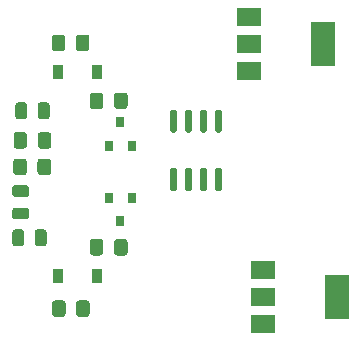
<source format=gbr>
%TF.GenerationSoftware,KiCad,Pcbnew,(5.1.7)-1*%
%TF.CreationDate,2021-02-26T19:53:25+00:00*%
%TF.ProjectId,Line-Generator-V2,4c696e65-2d47-4656-9e65-7261746f722d,rev?*%
%TF.SameCoordinates,Original*%
%TF.FileFunction,Paste,Top*%
%TF.FilePolarity,Positive*%
%FSLAX46Y46*%
G04 Gerber Fmt 4.6, Leading zero omitted, Abs format (unit mm)*
G04 Created by KiCad (PCBNEW (5.1.7)-1) date 2021-02-26 19:53:25*
%MOMM*%
%LPD*%
G01*
G04 APERTURE LIST*
%ADD10R,0.900000X1.200000*%
%ADD11R,0.800000X0.900000*%
%ADD12R,2.000000X1.500000*%
%ADD13R,2.000000X3.800000*%
G04 APERTURE END LIST*
%TO.C,C1*%
G36*
G01*
X75225000Y-54450000D02*
X74275000Y-54450000D01*
G75*
G02*
X74025000Y-54200000I0J250000D01*
G01*
X74025000Y-53700000D01*
G75*
G02*
X74275000Y-53450000I250000J0D01*
G01*
X75225000Y-53450000D01*
G75*
G02*
X75475000Y-53700000I0J-250000D01*
G01*
X75475000Y-54200000D01*
G75*
G02*
X75225000Y-54450000I-250000J0D01*
G01*
G37*
G36*
G01*
X75225000Y-52550000D02*
X74275000Y-52550000D01*
G75*
G02*
X74025000Y-52300000I0J250000D01*
G01*
X74025000Y-51800000D01*
G75*
G02*
X74275000Y-51550000I250000J0D01*
G01*
X75225000Y-51550000D01*
G75*
G02*
X75475000Y-51800000I0J-250000D01*
G01*
X75475000Y-52300000D01*
G75*
G02*
X75225000Y-52550000I-250000J0D01*
G01*
G37*
%TD*%
%TO.C,C2*%
G36*
G01*
X76200000Y-45725000D02*
X76200000Y-44775000D01*
G75*
G02*
X76450000Y-44525000I250000J0D01*
G01*
X76950000Y-44525000D01*
G75*
G02*
X77200000Y-44775000I0J-250000D01*
G01*
X77200000Y-45725000D01*
G75*
G02*
X76950000Y-45975000I-250000J0D01*
G01*
X76450000Y-45975000D01*
G75*
G02*
X76200000Y-45725000I0J250000D01*
G01*
G37*
G36*
G01*
X74300000Y-45725000D02*
X74300000Y-44775000D01*
G75*
G02*
X74550000Y-44525000I250000J0D01*
G01*
X75050000Y-44525000D01*
G75*
G02*
X75300000Y-44775000I0J-250000D01*
G01*
X75300000Y-45725000D01*
G75*
G02*
X75050000Y-45975000I-250000J0D01*
G01*
X74550000Y-45975000D01*
G75*
G02*
X74300000Y-45725000I0J250000D01*
G01*
G37*
%TD*%
%TO.C,C3*%
G36*
G01*
X76950000Y-55525000D02*
X76950000Y-56475000D01*
G75*
G02*
X76700000Y-56725000I-250000J0D01*
G01*
X76200000Y-56725000D01*
G75*
G02*
X75950000Y-56475000I0J250000D01*
G01*
X75950000Y-55525000D01*
G75*
G02*
X76200000Y-55275000I250000J0D01*
G01*
X76700000Y-55275000D01*
G75*
G02*
X76950000Y-55525000I0J-250000D01*
G01*
G37*
G36*
G01*
X75050000Y-55525000D02*
X75050000Y-56475000D01*
G75*
G02*
X74800000Y-56725000I-250000J0D01*
G01*
X74300000Y-56725000D01*
G75*
G02*
X74050000Y-56475000I0J250000D01*
G01*
X74050000Y-55525000D01*
G75*
G02*
X74300000Y-55275000I250000J0D01*
G01*
X74800000Y-55275000D01*
G75*
G02*
X75050000Y-55525000I0J-250000D01*
G01*
G37*
%TD*%
D10*
%TO.C,D1*%
X77950000Y-42000000D03*
X81250000Y-42000000D03*
%TD*%
%TO.C,D3*%
X81250000Y-59200000D03*
X77950000Y-59200000D03*
%TD*%
D11*
%TO.C,Q1*%
X83200000Y-46200000D03*
X84150000Y-48200000D03*
X82250000Y-48200000D03*
%TD*%
D12*
%TO.C,Q2*%
X94050000Y-37300000D03*
X94050000Y-41900000D03*
X94050000Y-39600000D03*
D13*
X100350000Y-39600000D03*
%TD*%
%TO.C,Q3*%
X101550000Y-61000000D03*
D12*
X95250000Y-61000000D03*
X95250000Y-63300000D03*
X95250000Y-58700000D03*
%TD*%
D11*
%TO.C,Q4*%
X84150000Y-52600000D03*
X82250000Y-52600000D03*
X83200000Y-54600000D03*
%TD*%
%TO.C,R1*%
G36*
G01*
X77325000Y-49549999D02*
X77325000Y-50450001D01*
G75*
G02*
X77075001Y-50700000I-249999J0D01*
G01*
X76424999Y-50700000D01*
G75*
G02*
X76175000Y-50450001I0J249999D01*
G01*
X76175000Y-49549999D01*
G75*
G02*
X76424999Y-49300000I249999J0D01*
G01*
X77075001Y-49300000D01*
G75*
G02*
X77325000Y-49549999I0J-249999D01*
G01*
G37*
G36*
G01*
X75275000Y-49549999D02*
X75275000Y-50450001D01*
G75*
G02*
X75025001Y-50700000I-249999J0D01*
G01*
X74374999Y-50700000D01*
G75*
G02*
X74125000Y-50450001I0J249999D01*
G01*
X74125000Y-49549999D01*
G75*
G02*
X74374999Y-49300000I249999J0D01*
G01*
X75025001Y-49300000D01*
G75*
G02*
X75275000Y-49549999I0J-249999D01*
G01*
G37*
%TD*%
%TO.C,R2*%
G36*
G01*
X79425000Y-39950001D02*
X79425000Y-39049999D01*
G75*
G02*
X79674999Y-38800000I249999J0D01*
G01*
X80325001Y-38800000D01*
G75*
G02*
X80575000Y-39049999I0J-249999D01*
G01*
X80575000Y-39950001D01*
G75*
G02*
X80325001Y-40200000I-249999J0D01*
G01*
X79674999Y-40200000D01*
G75*
G02*
X79425000Y-39950001I0J249999D01*
G01*
G37*
G36*
G01*
X77375000Y-39950001D02*
X77375000Y-39049999D01*
G75*
G02*
X77624999Y-38800000I249999J0D01*
G01*
X78275001Y-38800000D01*
G75*
G02*
X78525000Y-39049999I0J-249999D01*
G01*
X78525000Y-39950001D01*
G75*
G02*
X78275001Y-40200000I-249999J0D01*
G01*
X77624999Y-40200000D01*
G75*
G02*
X77375000Y-39950001I0J249999D01*
G01*
G37*
%TD*%
%TO.C,R3*%
G36*
G01*
X82650000Y-44850001D02*
X82650000Y-43949999D01*
G75*
G02*
X82899999Y-43700000I249999J0D01*
G01*
X83550001Y-43700000D01*
G75*
G02*
X83800000Y-43949999I0J-249999D01*
G01*
X83800000Y-44850001D01*
G75*
G02*
X83550001Y-45100000I-249999J0D01*
G01*
X82899999Y-45100000D01*
G75*
G02*
X82650000Y-44850001I0J249999D01*
G01*
G37*
G36*
G01*
X80600000Y-44850001D02*
X80600000Y-43949999D01*
G75*
G02*
X80849999Y-43700000I249999J0D01*
G01*
X81500001Y-43700000D01*
G75*
G02*
X81750000Y-43949999I0J-249999D01*
G01*
X81750000Y-44850001D01*
G75*
G02*
X81500001Y-45100000I-249999J0D01*
G01*
X80849999Y-45100000D01*
G75*
G02*
X80600000Y-44850001I0J249999D01*
G01*
G37*
%TD*%
%TO.C,R6*%
G36*
G01*
X79450000Y-62450001D02*
X79450000Y-61549999D01*
G75*
G02*
X79699999Y-61300000I249999J0D01*
G01*
X80350001Y-61300000D01*
G75*
G02*
X80600000Y-61549999I0J-249999D01*
G01*
X80600000Y-62450001D01*
G75*
G02*
X80350001Y-62700000I-249999J0D01*
G01*
X79699999Y-62700000D01*
G75*
G02*
X79450000Y-62450001I0J249999D01*
G01*
G37*
G36*
G01*
X77400000Y-62450001D02*
X77400000Y-61549999D01*
G75*
G02*
X77649999Y-61300000I249999J0D01*
G01*
X78300001Y-61300000D01*
G75*
G02*
X78550000Y-61549999I0J-249999D01*
G01*
X78550000Y-62450001D01*
G75*
G02*
X78300001Y-62700000I-249999J0D01*
G01*
X77649999Y-62700000D01*
G75*
G02*
X77400000Y-62450001I0J249999D01*
G01*
G37*
%TD*%
%TO.C,R7*%
G36*
G01*
X80600000Y-57250001D02*
X80600000Y-56349999D01*
G75*
G02*
X80849999Y-56100000I249999J0D01*
G01*
X81500001Y-56100000D01*
G75*
G02*
X81750000Y-56349999I0J-249999D01*
G01*
X81750000Y-57250001D01*
G75*
G02*
X81500001Y-57500000I-249999J0D01*
G01*
X80849999Y-57500000D01*
G75*
G02*
X80600000Y-57250001I0J249999D01*
G01*
G37*
G36*
G01*
X82650000Y-57250001D02*
X82650000Y-56349999D01*
G75*
G02*
X82899999Y-56100000I249999J0D01*
G01*
X83550001Y-56100000D01*
G75*
G02*
X83800000Y-56349999I0J-249999D01*
G01*
X83800000Y-57250001D01*
G75*
G02*
X83550001Y-57500000I-249999J0D01*
G01*
X82899999Y-57500000D01*
G75*
G02*
X82650000Y-57250001I0J249999D01*
G01*
G37*
%TD*%
%TO.C,R8*%
G36*
G01*
X77350000Y-47299999D02*
X77350000Y-48200001D01*
G75*
G02*
X77100001Y-48450000I-249999J0D01*
G01*
X76449999Y-48450000D01*
G75*
G02*
X76200000Y-48200001I0J249999D01*
G01*
X76200000Y-47299999D01*
G75*
G02*
X76449999Y-47050000I249999J0D01*
G01*
X77100001Y-47050000D01*
G75*
G02*
X77350000Y-47299999I0J-249999D01*
G01*
G37*
G36*
G01*
X75300000Y-47299999D02*
X75300000Y-48200001D01*
G75*
G02*
X75050001Y-48450000I-249999J0D01*
G01*
X74399999Y-48450000D01*
G75*
G02*
X74150000Y-48200001I0J249999D01*
G01*
X74150000Y-47299999D01*
G75*
G02*
X74399999Y-47050000I249999J0D01*
G01*
X75050001Y-47050000D01*
G75*
G02*
X75300000Y-47299999I0J-249999D01*
G01*
G37*
%TD*%
%TO.C,U1*%
G36*
G01*
X91355000Y-45150000D02*
X91655000Y-45150000D01*
G75*
G02*
X91805000Y-45300000I0J-150000D01*
G01*
X91805000Y-46950000D01*
G75*
G02*
X91655000Y-47100000I-150000J0D01*
G01*
X91355000Y-47100000D01*
G75*
G02*
X91205000Y-46950000I0J150000D01*
G01*
X91205000Y-45300000D01*
G75*
G02*
X91355000Y-45150000I150000J0D01*
G01*
G37*
G36*
G01*
X90085000Y-45150000D02*
X90385000Y-45150000D01*
G75*
G02*
X90535000Y-45300000I0J-150000D01*
G01*
X90535000Y-46950000D01*
G75*
G02*
X90385000Y-47100000I-150000J0D01*
G01*
X90085000Y-47100000D01*
G75*
G02*
X89935000Y-46950000I0J150000D01*
G01*
X89935000Y-45300000D01*
G75*
G02*
X90085000Y-45150000I150000J0D01*
G01*
G37*
G36*
G01*
X88815000Y-45150000D02*
X89115000Y-45150000D01*
G75*
G02*
X89265000Y-45300000I0J-150000D01*
G01*
X89265000Y-46950000D01*
G75*
G02*
X89115000Y-47100000I-150000J0D01*
G01*
X88815000Y-47100000D01*
G75*
G02*
X88665000Y-46950000I0J150000D01*
G01*
X88665000Y-45300000D01*
G75*
G02*
X88815000Y-45150000I150000J0D01*
G01*
G37*
G36*
G01*
X87545000Y-45150000D02*
X87845000Y-45150000D01*
G75*
G02*
X87995000Y-45300000I0J-150000D01*
G01*
X87995000Y-46950000D01*
G75*
G02*
X87845000Y-47100000I-150000J0D01*
G01*
X87545000Y-47100000D01*
G75*
G02*
X87395000Y-46950000I0J150000D01*
G01*
X87395000Y-45300000D01*
G75*
G02*
X87545000Y-45150000I150000J0D01*
G01*
G37*
G36*
G01*
X87545000Y-50100000D02*
X87845000Y-50100000D01*
G75*
G02*
X87995000Y-50250000I0J-150000D01*
G01*
X87995000Y-51900000D01*
G75*
G02*
X87845000Y-52050000I-150000J0D01*
G01*
X87545000Y-52050000D01*
G75*
G02*
X87395000Y-51900000I0J150000D01*
G01*
X87395000Y-50250000D01*
G75*
G02*
X87545000Y-50100000I150000J0D01*
G01*
G37*
G36*
G01*
X88815000Y-50100000D02*
X89115000Y-50100000D01*
G75*
G02*
X89265000Y-50250000I0J-150000D01*
G01*
X89265000Y-51900000D01*
G75*
G02*
X89115000Y-52050000I-150000J0D01*
G01*
X88815000Y-52050000D01*
G75*
G02*
X88665000Y-51900000I0J150000D01*
G01*
X88665000Y-50250000D01*
G75*
G02*
X88815000Y-50100000I150000J0D01*
G01*
G37*
G36*
G01*
X90085000Y-50100000D02*
X90385000Y-50100000D01*
G75*
G02*
X90535000Y-50250000I0J-150000D01*
G01*
X90535000Y-51900000D01*
G75*
G02*
X90385000Y-52050000I-150000J0D01*
G01*
X90085000Y-52050000D01*
G75*
G02*
X89935000Y-51900000I0J150000D01*
G01*
X89935000Y-50250000D01*
G75*
G02*
X90085000Y-50100000I150000J0D01*
G01*
G37*
G36*
G01*
X91355000Y-50100000D02*
X91655000Y-50100000D01*
G75*
G02*
X91805000Y-50250000I0J-150000D01*
G01*
X91805000Y-51900000D01*
G75*
G02*
X91655000Y-52050000I-150000J0D01*
G01*
X91355000Y-52050000D01*
G75*
G02*
X91205000Y-51900000I0J150000D01*
G01*
X91205000Y-50250000D01*
G75*
G02*
X91355000Y-50100000I150000J0D01*
G01*
G37*
%TD*%
M02*

</source>
